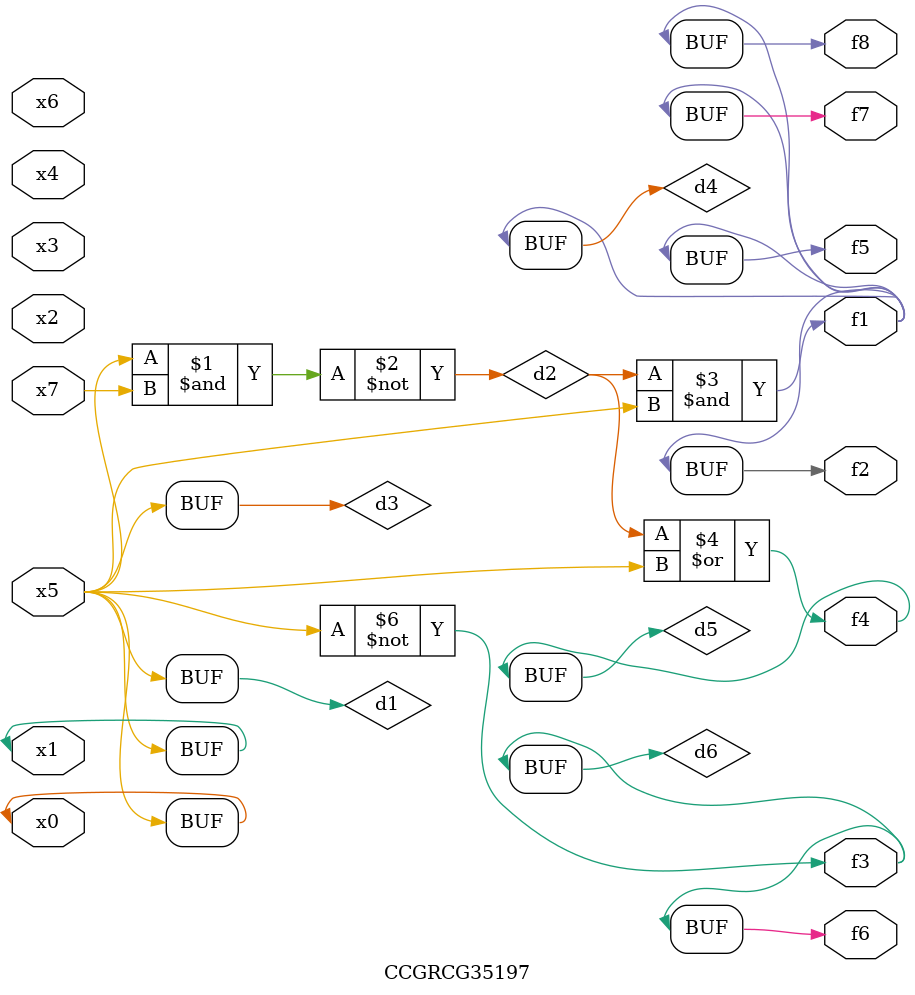
<source format=v>
module CCGRCG35197(
	input x0, x1, x2, x3, x4, x5, x6, x7,
	output f1, f2, f3, f4, f5, f6, f7, f8
);

	wire d1, d2, d3, d4, d5, d6;

	buf (d1, x0, x5);
	nand (d2, x5, x7);
	buf (d3, x0, x1);
	and (d4, d2, d3);
	or (d5, d2, d3);
	nor (d6, d1, d3);
	assign f1 = d4;
	assign f2 = d4;
	assign f3 = d6;
	assign f4 = d5;
	assign f5 = d4;
	assign f6 = d6;
	assign f7 = d4;
	assign f8 = d4;
endmodule

</source>
